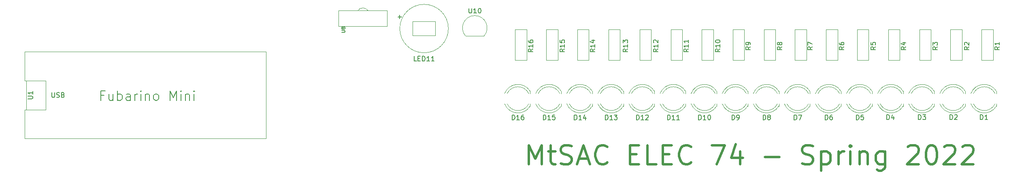
<source format=gbr>
G04 #@! TF.GenerationSoftware,KiCad,Pcbnew,(5.1.12)-1*
G04 #@! TF.CreationDate,2022-05-10T22:26:18-07:00*
G04 #@! TF.ProjectId,Spring2022,53707269-6e67-4323-9032-322e6b696361,rev?*
G04 #@! TF.SameCoordinates,PX3a2c940PY3fe56c0*
G04 #@! TF.FileFunction,Legend,Top*
G04 #@! TF.FilePolarity,Positive*
%FSLAX46Y46*%
G04 Gerber Fmt 4.6, Leading zero omitted, Abs format (unit mm)*
G04 Created by KiCad (PCBNEW (5.1.12)-1) date 2022-05-10 22:26:18*
%MOMM*%
%LPD*%
G01*
G04 APERTURE LIST*
%ADD10C,0.200000*%
%ADD11C,0.500000*%
%ADD12C,0.120000*%
%ADD13C,0.150000*%
G04 APERTURE END LIST*
D10*
X17354761Y19592858D02*
X16688095Y19592858D01*
X16688095Y18545239D02*
X16688095Y20545239D01*
X17640476Y20545239D01*
X19259523Y19878572D02*
X19259523Y18545239D01*
X18402380Y19878572D02*
X18402380Y18830953D01*
X18497619Y18640477D01*
X18688095Y18545239D01*
X18973809Y18545239D01*
X19164285Y18640477D01*
X19259523Y18735715D01*
X20211904Y18545239D02*
X20211904Y20545239D01*
X20211904Y19783334D02*
X20402380Y19878572D01*
X20783333Y19878572D01*
X20973809Y19783334D01*
X21069047Y19688096D01*
X21164285Y19497620D01*
X21164285Y18926191D01*
X21069047Y18735715D01*
X20973809Y18640477D01*
X20783333Y18545239D01*
X20402380Y18545239D01*
X20211904Y18640477D01*
X22878571Y18545239D02*
X22878571Y19592858D01*
X22783333Y19783334D01*
X22592857Y19878572D01*
X22211904Y19878572D01*
X22021428Y19783334D01*
X22878571Y18640477D02*
X22688095Y18545239D01*
X22211904Y18545239D01*
X22021428Y18640477D01*
X21926190Y18830953D01*
X21926190Y19021429D01*
X22021428Y19211905D01*
X22211904Y19307143D01*
X22688095Y19307143D01*
X22878571Y19402381D01*
X23830952Y18545239D02*
X23830952Y19878572D01*
X23830952Y19497620D02*
X23926190Y19688096D01*
X24021428Y19783334D01*
X24211904Y19878572D01*
X24402380Y19878572D01*
X25069047Y18545239D02*
X25069047Y19878572D01*
X25069047Y20545239D02*
X24973809Y20450000D01*
X25069047Y20354762D01*
X25164285Y20450000D01*
X25069047Y20545239D01*
X25069047Y20354762D01*
X26021428Y19878572D02*
X26021428Y18545239D01*
X26021428Y19688096D02*
X26116666Y19783334D01*
X26307142Y19878572D01*
X26592857Y19878572D01*
X26783333Y19783334D01*
X26878571Y19592858D01*
X26878571Y18545239D01*
X28116666Y18545239D02*
X27926190Y18640477D01*
X27830952Y18735715D01*
X27735714Y18926191D01*
X27735714Y19497620D01*
X27830952Y19688096D01*
X27926190Y19783334D01*
X28116666Y19878572D01*
X28402380Y19878572D01*
X28592857Y19783334D01*
X28688095Y19688096D01*
X28783333Y19497620D01*
X28783333Y18926191D01*
X28688095Y18735715D01*
X28592857Y18640477D01*
X28402380Y18545239D01*
X28116666Y18545239D01*
X31164285Y18545239D02*
X31164285Y20545239D01*
X31830952Y19116667D01*
X32497619Y20545239D01*
X32497619Y18545239D01*
X33450000Y18545239D02*
X33450000Y19878572D01*
X33450000Y20545239D02*
X33354761Y20450000D01*
X33450000Y20354762D01*
X33545238Y20450000D01*
X33450000Y20545239D01*
X33450000Y20354762D01*
X34402380Y19878572D02*
X34402380Y18545239D01*
X34402380Y19688096D02*
X34497619Y19783334D01*
X34688095Y19878572D01*
X34973809Y19878572D01*
X35164285Y19783334D01*
X35259523Y19592858D01*
X35259523Y18545239D01*
X36211904Y18545239D02*
X36211904Y19878572D01*
X36211904Y20545239D02*
X36116666Y20450000D01*
X36211904Y20354762D01*
X36307142Y20450000D01*
X36211904Y20545239D01*
X36211904Y20354762D01*
D11*
X106219047Y5140477D02*
X106219047Y9140477D01*
X107552380Y6283334D01*
X108885714Y9140477D01*
X108885714Y5140477D01*
X110219047Y7807143D02*
X111742857Y7807143D01*
X110790476Y9140477D02*
X110790476Y5711905D01*
X110980952Y5330953D01*
X111361904Y5140477D01*
X111742857Y5140477D01*
X112885714Y5330953D02*
X113457142Y5140477D01*
X114409523Y5140477D01*
X114790476Y5330953D01*
X114980952Y5521429D01*
X115171428Y5902381D01*
X115171428Y6283334D01*
X114980952Y6664286D01*
X114790476Y6854762D01*
X114409523Y7045239D01*
X113647619Y7235715D01*
X113266666Y7426191D01*
X113076190Y7616667D01*
X112885714Y7997620D01*
X112885714Y8378572D01*
X113076190Y8759524D01*
X113266666Y8950000D01*
X113647619Y9140477D01*
X114600000Y9140477D01*
X115171428Y8950000D01*
X116695238Y6283334D02*
X118600000Y6283334D01*
X116314285Y5140477D02*
X117647619Y9140477D01*
X118980952Y5140477D01*
X122600000Y5521429D02*
X122409523Y5330953D01*
X121838095Y5140477D01*
X121457142Y5140477D01*
X120885714Y5330953D01*
X120504761Y5711905D01*
X120314285Y6092858D01*
X120123809Y6854762D01*
X120123809Y7426191D01*
X120314285Y8188096D01*
X120504761Y8569048D01*
X120885714Y8950000D01*
X121457142Y9140477D01*
X121838095Y9140477D01*
X122409523Y8950000D01*
X122600000Y8759524D01*
X127361904Y7235715D02*
X128695238Y7235715D01*
X129266666Y5140477D02*
X127361904Y5140477D01*
X127361904Y9140477D01*
X129266666Y9140477D01*
X132885714Y5140477D02*
X130980952Y5140477D01*
X130980952Y9140477D01*
X134219047Y7235715D02*
X135552380Y7235715D01*
X136123809Y5140477D02*
X134219047Y5140477D01*
X134219047Y9140477D01*
X136123809Y9140477D01*
X140123809Y5521429D02*
X139933333Y5330953D01*
X139361904Y5140477D01*
X138980952Y5140477D01*
X138409523Y5330953D01*
X138028571Y5711905D01*
X137838095Y6092858D01*
X137647619Y6854762D01*
X137647619Y7426191D01*
X137838095Y8188096D01*
X138028571Y8569048D01*
X138409523Y8950000D01*
X138980952Y9140477D01*
X139361904Y9140477D01*
X139933333Y8950000D01*
X140123809Y8759524D01*
X144504761Y9140477D02*
X147171428Y9140477D01*
X145457142Y5140477D01*
X150409523Y7807143D02*
X150409523Y5140477D01*
X149457142Y9330953D02*
X148504761Y6473810D01*
X150980952Y6473810D01*
X155552380Y6664286D02*
X158599999Y6664286D01*
X163361904Y5330953D02*
X163933333Y5140477D01*
X164885714Y5140477D01*
X165266666Y5330953D01*
X165457142Y5521429D01*
X165647619Y5902381D01*
X165647619Y6283334D01*
X165457142Y6664286D01*
X165266666Y6854762D01*
X164885714Y7045239D01*
X164123809Y7235715D01*
X163742857Y7426191D01*
X163552380Y7616667D01*
X163361904Y7997620D01*
X163361904Y8378572D01*
X163552380Y8759524D01*
X163742857Y8950000D01*
X164123809Y9140477D01*
X165076190Y9140477D01*
X165647619Y8950000D01*
X167361904Y7807143D02*
X167361904Y3807143D01*
X167361904Y7616667D02*
X167742857Y7807143D01*
X168504761Y7807143D01*
X168885714Y7616667D01*
X169076190Y7426191D01*
X169266666Y7045239D01*
X169266666Y5902381D01*
X169076190Y5521429D01*
X168885714Y5330953D01*
X168504761Y5140477D01*
X167742857Y5140477D01*
X167361904Y5330953D01*
X170980952Y5140477D02*
X170980952Y7807143D01*
X170980952Y7045239D02*
X171171428Y7426191D01*
X171361904Y7616667D01*
X171742857Y7807143D01*
X172123809Y7807143D01*
X173457142Y5140477D02*
X173457142Y7807143D01*
X173457142Y9140477D02*
X173266666Y8950000D01*
X173457142Y8759524D01*
X173647619Y8950000D01*
X173457142Y9140477D01*
X173457142Y8759524D01*
X175361904Y7807143D02*
X175361904Y5140477D01*
X175361904Y7426191D02*
X175552380Y7616667D01*
X175933333Y7807143D01*
X176504761Y7807143D01*
X176885714Y7616667D01*
X177076190Y7235715D01*
X177076190Y5140477D01*
X180695238Y7807143D02*
X180695238Y4569048D01*
X180504761Y4188096D01*
X180314285Y3997620D01*
X179933333Y3807143D01*
X179361904Y3807143D01*
X178980952Y3997620D01*
X180695238Y5330953D02*
X180314285Y5140477D01*
X179552380Y5140477D01*
X179171428Y5330953D01*
X178980952Y5521429D01*
X178790476Y5902381D01*
X178790476Y7045239D01*
X178980952Y7426191D01*
X179171428Y7616667D01*
X179552380Y7807143D01*
X180314285Y7807143D01*
X180695238Y7616667D01*
X185457142Y8759524D02*
X185647619Y8950000D01*
X186028571Y9140477D01*
X186980952Y9140477D01*
X187361904Y8950000D01*
X187552380Y8759524D01*
X187742857Y8378572D01*
X187742857Y7997620D01*
X187552380Y7426191D01*
X185266666Y5140477D01*
X187742857Y5140477D01*
X190219047Y9140477D02*
X190599999Y9140477D01*
X190980952Y8950000D01*
X191171428Y8759524D01*
X191361904Y8378572D01*
X191552380Y7616667D01*
X191552380Y6664286D01*
X191361904Y5902381D01*
X191171428Y5521429D01*
X190980952Y5330953D01*
X190599999Y5140477D01*
X190219047Y5140477D01*
X189838095Y5330953D01*
X189647619Y5521429D01*
X189457142Y5902381D01*
X189266666Y6664286D01*
X189266666Y7616667D01*
X189457142Y8378572D01*
X189647619Y8759524D01*
X189838095Y8950000D01*
X190219047Y9140477D01*
X193076190Y8759524D02*
X193266666Y8950000D01*
X193647619Y9140477D01*
X194599999Y9140477D01*
X194980952Y8950000D01*
X195171428Y8759524D01*
X195361904Y8378572D01*
X195361904Y7997620D01*
X195171428Y7426191D01*
X192885714Y5140477D01*
X195361904Y5140477D01*
X196885714Y8759524D02*
X197076190Y8950000D01*
X197457142Y9140477D01*
X198409523Y9140477D01*
X198790476Y8950000D01*
X198980952Y8759524D01*
X199171428Y8378572D01*
X199171428Y7997620D01*
X198980952Y7426191D01*
X196695238Y5140477D01*
X199171428Y5140477D01*
D12*
G04 #@! TO.C,U10*
X92966000Y32044000D02*
X96816000Y32044000D01*
X96854611Y32053878D02*
G75*
G03*
X92966000Y32044000I-1948611J1690122D01*
G01*
G04 #@! TO.C,U8*
X70484000Y37418000D02*
X66420000Y37418000D01*
X66420000Y37418000D02*
X66420000Y34116000D01*
X66420000Y34116000D02*
X76580000Y34116000D01*
X76580000Y34116000D02*
X76580000Y37418000D01*
X76580000Y37418000D02*
X72516000Y37418000D01*
X70484000Y37418000D02*
X72516000Y37418000D01*
X70484000Y37418000D02*
G75*
G02*
X72516000Y37418000I1016000J-762000D01*
G01*
G04 #@! TO.C,LED11*
X81930000Y35100000D02*
X86670000Y35100000D01*
X86670000Y35100000D02*
X86670000Y32100000D01*
X86670000Y32100000D02*
X81930000Y32100000D01*
X81930000Y32100000D02*
X81930000Y35100000D01*
X89380000Y33600000D02*
G75*
G03*
X89380000Y33600000I-5080000J0D01*
G01*
G04 #@! TO.C,R16*
X105739200Y27016000D02*
X105739200Y33416000D01*
X103339200Y27016000D02*
X105739200Y27016000D01*
X103339200Y33416000D02*
X103339200Y27016000D01*
X105739200Y33416000D02*
X103339200Y33416000D01*
G04 #@! TO.C,R15*
X112267000Y27016000D02*
X112267000Y33416000D01*
X109867000Y27016000D02*
X112267000Y27016000D01*
X109867000Y33416000D02*
X109867000Y27016000D01*
X112267000Y33416000D02*
X109867000Y33416000D01*
G04 #@! TO.C,R14*
X118744000Y27016000D02*
X118744000Y33416000D01*
X116344000Y27016000D02*
X118744000Y27016000D01*
X116344000Y33416000D02*
X116344000Y27016000D01*
X118744000Y33416000D02*
X116344000Y33416000D01*
G04 #@! TO.C,R13*
X125246400Y27016000D02*
X125246400Y33416000D01*
X122846400Y27016000D02*
X125246400Y27016000D01*
X122846400Y33416000D02*
X122846400Y27016000D01*
X125246400Y33416000D02*
X122846400Y33416000D01*
G04 #@! TO.C,R12*
X131774200Y27016000D02*
X131774200Y33416000D01*
X129374200Y27016000D02*
X131774200Y27016000D01*
X129374200Y33416000D02*
X129374200Y27016000D01*
X131774200Y33416000D02*
X129374200Y33416000D01*
G04 #@! TO.C,R11*
X138276600Y27016000D02*
X138276600Y33416000D01*
X135876600Y27016000D02*
X138276600Y27016000D01*
X135876600Y33416000D02*
X135876600Y27016000D01*
X138276600Y33416000D02*
X135876600Y33416000D01*
G04 #@! TO.C,R10*
X144779000Y27016000D02*
X144779000Y33416000D01*
X142379000Y27016000D02*
X144779000Y27016000D01*
X142379000Y33416000D02*
X142379000Y27016000D01*
X144779000Y33416000D02*
X142379000Y33416000D01*
G04 #@! TO.C,R9*
X151281400Y27016000D02*
X151281400Y33416000D01*
X148881400Y27016000D02*
X151281400Y27016000D01*
X148881400Y33416000D02*
X148881400Y27016000D01*
X151281400Y33416000D02*
X148881400Y33416000D01*
G04 #@! TO.C,R8*
X157758400Y27016000D02*
X157758400Y33416000D01*
X155358400Y27016000D02*
X157758400Y27016000D01*
X155358400Y33416000D02*
X155358400Y27016000D01*
X157758400Y33416000D02*
X155358400Y33416000D01*
G04 #@! TO.C,R7*
X164260800Y27016000D02*
X164260800Y33416000D01*
X161860800Y27016000D02*
X164260800Y27016000D01*
X161860800Y33416000D02*
X161860800Y27016000D01*
X164260800Y33416000D02*
X161860800Y33416000D01*
G04 #@! TO.C,R6*
X170763200Y27016000D02*
X170763200Y33416000D01*
X168363200Y27016000D02*
X170763200Y27016000D01*
X168363200Y33416000D02*
X168363200Y27016000D01*
X170763200Y33416000D02*
X168363200Y33416000D01*
G04 #@! TO.C,R5*
X177240200Y27016000D02*
X177240200Y33416000D01*
X174840200Y27016000D02*
X177240200Y27016000D01*
X174840200Y33416000D02*
X174840200Y27016000D01*
X177240200Y33416000D02*
X174840200Y33416000D01*
G04 #@! TO.C,R4*
X183768000Y27016000D02*
X183768000Y33416000D01*
X181368000Y27016000D02*
X183768000Y27016000D01*
X181368000Y33416000D02*
X181368000Y27016000D01*
X183768000Y33416000D02*
X181368000Y33416000D01*
G04 #@! TO.C,R3*
X190270400Y27016000D02*
X190270400Y33416000D01*
X187870400Y27016000D02*
X190270400Y27016000D01*
X187870400Y33416000D02*
X187870400Y27016000D01*
X190270400Y33416000D02*
X187870400Y33416000D01*
G04 #@! TO.C,R2*
X196772800Y27016000D02*
X196772800Y33416000D01*
X194372800Y27016000D02*
X196772800Y27016000D01*
X194372800Y33416000D02*
X194372800Y27016000D01*
X196772800Y33416000D02*
X194372800Y33416000D01*
G04 #@! TO.C,R1*
X203275200Y27016000D02*
X203275200Y33416000D01*
X200875200Y27016000D02*
X203275200Y27016000D01*
X200875200Y33416000D02*
X200875200Y27016000D01*
X203275200Y33416000D02*
X200875200Y33416000D01*
G04 #@! TO.C,U1*
X5184000Y16582000D02*
X1120000Y16582000D01*
X5184000Y22678000D02*
X5184000Y16582000D01*
X1120000Y22678000D02*
X5184000Y22678000D01*
X782000Y16590001D02*
X782000Y10510001D01*
X1142000Y16590001D02*
X782000Y16590001D01*
X1142000Y22670000D02*
X1142000Y16590001D01*
X782000Y22670000D02*
X1142000Y22670000D01*
X782000Y28750000D02*
X782000Y22670000D01*
X51242000Y28749999D02*
X782000Y28750000D01*
X51242000Y10510000D02*
X51242000Y28749999D01*
X782000Y10510001D02*
X51242000Y10510000D01*
G04 #@! TO.C,D16*
X106485000Y17355000D02*
X106485000Y17820000D01*
X106485000Y19980000D02*
X106485000Y20445000D01*
X101137185Y17819173D02*
G75*
G03*
X106485000Y17355170I2787815J1080827D01*
G01*
X101137185Y19980827D02*
G75*
G02*
X106485000Y20444830I2787815J-1080827D01*
G01*
X101670521Y17819571D02*
G75*
G03*
X106179684Y17820000I2254479J1080429D01*
G01*
X101670521Y19980429D02*
G75*
G02*
X106179684Y19980000I2254479J-1080429D01*
G01*
G04 #@! TO.C,D15*
X112985000Y17355000D02*
X112985000Y17820000D01*
X112985000Y19980000D02*
X112985000Y20445000D01*
X107637185Y17819173D02*
G75*
G03*
X112985000Y17355170I2787815J1080827D01*
G01*
X107637185Y19980827D02*
G75*
G02*
X112985000Y20444830I2787815J-1080827D01*
G01*
X108170521Y17819571D02*
G75*
G03*
X112679684Y17820000I2254479J1080429D01*
G01*
X108170521Y19980429D02*
G75*
G02*
X112679684Y19980000I2254479J-1080429D01*
G01*
G04 #@! TO.C,D14*
X119485000Y17355000D02*
X119485000Y17820000D01*
X119485000Y19980000D02*
X119485000Y20445000D01*
X114137185Y17819173D02*
G75*
G03*
X119485000Y17355170I2787815J1080827D01*
G01*
X114137185Y19980827D02*
G75*
G02*
X119485000Y20444830I2787815J-1080827D01*
G01*
X114670521Y17819571D02*
G75*
G03*
X119179684Y17820000I2254479J1080429D01*
G01*
X114670521Y19980429D02*
G75*
G02*
X119179684Y19980000I2254479J-1080429D01*
G01*
G04 #@! TO.C,D13*
X125985000Y17355000D02*
X125985000Y17820000D01*
X125985000Y19980000D02*
X125985000Y20445000D01*
X120637185Y17819173D02*
G75*
G03*
X125985000Y17355170I2787815J1080827D01*
G01*
X120637185Y19980827D02*
G75*
G02*
X125985000Y20444830I2787815J-1080827D01*
G01*
X121170521Y17819571D02*
G75*
G03*
X125679684Y17820000I2254479J1080429D01*
G01*
X121170521Y19980429D02*
G75*
G02*
X125679684Y19980000I2254479J-1080429D01*
G01*
G04 #@! TO.C,D12*
X132485000Y17355000D02*
X132485000Y17820000D01*
X132485000Y19980000D02*
X132485000Y20445000D01*
X127137185Y17819173D02*
G75*
G03*
X132485000Y17355170I2787815J1080827D01*
G01*
X127137185Y19980827D02*
G75*
G02*
X132485000Y20444830I2787815J-1080827D01*
G01*
X127670521Y17819571D02*
G75*
G03*
X132179684Y17820000I2254479J1080429D01*
G01*
X127670521Y19980429D02*
G75*
G02*
X132179684Y19980000I2254479J-1080429D01*
G01*
G04 #@! TO.C,D11*
X138985000Y17355000D02*
X138985000Y17820000D01*
X138985000Y19980000D02*
X138985000Y20445000D01*
X133637185Y17819173D02*
G75*
G03*
X138985000Y17355170I2787815J1080827D01*
G01*
X133637185Y19980827D02*
G75*
G02*
X138985000Y20444830I2787815J-1080827D01*
G01*
X134170521Y17819571D02*
G75*
G03*
X138679684Y17820000I2254479J1080429D01*
G01*
X134170521Y19980429D02*
G75*
G02*
X138679684Y19980000I2254479J-1080429D01*
G01*
G04 #@! TO.C,D10*
X145485000Y17355000D02*
X145485000Y17820000D01*
X145485000Y19980000D02*
X145485000Y20445000D01*
X140137185Y17819173D02*
G75*
G03*
X145485000Y17355170I2787815J1080827D01*
G01*
X140137185Y19980827D02*
G75*
G02*
X145485000Y20444830I2787815J-1080827D01*
G01*
X140670521Y17819571D02*
G75*
G03*
X145179684Y17820000I2254479J1080429D01*
G01*
X140670521Y19980429D02*
G75*
G02*
X145179684Y19980000I2254479J-1080429D01*
G01*
G04 #@! TO.C,D9*
X151985000Y17355000D02*
X151985000Y17820000D01*
X151985000Y19980000D02*
X151985000Y20445000D01*
X146637185Y17819173D02*
G75*
G03*
X151985000Y17355170I2787815J1080827D01*
G01*
X146637185Y19980827D02*
G75*
G02*
X151985000Y20444830I2787815J-1080827D01*
G01*
X147170521Y17819571D02*
G75*
G03*
X151679684Y17820000I2254479J1080429D01*
G01*
X147170521Y19980429D02*
G75*
G02*
X151679684Y19980000I2254479J-1080429D01*
G01*
G04 #@! TO.C,D8*
X158485000Y17355000D02*
X158485000Y17820000D01*
X158485000Y19980000D02*
X158485000Y20445000D01*
X153137185Y17819173D02*
G75*
G03*
X158485000Y17355170I2787815J1080827D01*
G01*
X153137185Y19980827D02*
G75*
G02*
X158485000Y20444830I2787815J-1080827D01*
G01*
X153670521Y17819571D02*
G75*
G03*
X158179684Y17820000I2254479J1080429D01*
G01*
X153670521Y19980429D02*
G75*
G02*
X158179684Y19980000I2254479J-1080429D01*
G01*
G04 #@! TO.C,D7*
X164985000Y17355000D02*
X164985000Y17820000D01*
X164985000Y19980000D02*
X164985000Y20445000D01*
X159637185Y17819173D02*
G75*
G03*
X164985000Y17355170I2787815J1080827D01*
G01*
X159637185Y19980827D02*
G75*
G02*
X164985000Y20444830I2787815J-1080827D01*
G01*
X160170521Y17819571D02*
G75*
G03*
X164679684Y17820000I2254479J1080429D01*
G01*
X160170521Y19980429D02*
G75*
G02*
X164679684Y19980000I2254479J-1080429D01*
G01*
G04 #@! TO.C,D6*
X171485000Y17355000D02*
X171485000Y17820000D01*
X171485000Y19980000D02*
X171485000Y20445000D01*
X166137185Y17819173D02*
G75*
G03*
X171485000Y17355170I2787815J1080827D01*
G01*
X166137185Y19980827D02*
G75*
G02*
X171485000Y20444830I2787815J-1080827D01*
G01*
X166670521Y17819571D02*
G75*
G03*
X171179684Y17820000I2254479J1080429D01*
G01*
X166670521Y19980429D02*
G75*
G02*
X171179684Y19980000I2254479J-1080429D01*
G01*
G04 #@! TO.C,D5*
X177985000Y17355000D02*
X177985000Y17820000D01*
X177985000Y19980000D02*
X177985000Y20445000D01*
X172637185Y17819173D02*
G75*
G03*
X177985000Y17355170I2787815J1080827D01*
G01*
X172637185Y19980827D02*
G75*
G02*
X177985000Y20444830I2787815J-1080827D01*
G01*
X173170521Y17819571D02*
G75*
G03*
X177679684Y17820000I2254479J1080429D01*
G01*
X173170521Y19980429D02*
G75*
G02*
X177679684Y19980000I2254479J-1080429D01*
G01*
G04 #@! TO.C,D4*
X184485000Y17355000D02*
X184485000Y17820000D01*
X184485000Y19980000D02*
X184485000Y20445000D01*
X179137185Y17819173D02*
G75*
G03*
X184485000Y17355170I2787815J1080827D01*
G01*
X179137185Y19980827D02*
G75*
G02*
X184485000Y20444830I2787815J-1080827D01*
G01*
X179670521Y17819571D02*
G75*
G03*
X184179684Y17820000I2254479J1080429D01*
G01*
X179670521Y19980429D02*
G75*
G02*
X184179684Y19980000I2254479J-1080429D01*
G01*
G04 #@! TO.C,D3*
X190985000Y17355000D02*
X190985000Y17820000D01*
X190985000Y19980000D02*
X190985000Y20445000D01*
X185637185Y17819173D02*
G75*
G03*
X190985000Y17355170I2787815J1080827D01*
G01*
X185637185Y19980827D02*
G75*
G02*
X190985000Y20444830I2787815J-1080827D01*
G01*
X186170521Y17819571D02*
G75*
G03*
X190679684Y17820000I2254479J1080429D01*
G01*
X186170521Y19980429D02*
G75*
G02*
X190679684Y19980000I2254479J-1080429D01*
G01*
G04 #@! TO.C,D2*
X197485000Y17355000D02*
X197485000Y17820000D01*
X197485000Y19980000D02*
X197485000Y20445000D01*
X192137185Y17819173D02*
G75*
G03*
X197485000Y17355170I2787815J1080827D01*
G01*
X192137185Y19980827D02*
G75*
G02*
X197485000Y20444830I2787815J-1080827D01*
G01*
X192670521Y17819571D02*
G75*
G03*
X197179684Y17820000I2254479J1080429D01*
G01*
X192670521Y19980429D02*
G75*
G02*
X197179684Y19980000I2254479J-1080429D01*
G01*
G04 #@! TO.C,D1*
X203985000Y17355000D02*
X203985000Y17820000D01*
X203985000Y19980000D02*
X203985000Y20445000D01*
X198637185Y17819173D02*
G75*
G03*
X203985000Y17355170I2787815J1080827D01*
G01*
X198637185Y19980827D02*
G75*
G02*
X203985000Y20444830I2787815J-1080827D01*
G01*
X199170521Y17819571D02*
G75*
G03*
X203679684Y17820000I2254479J1080429D01*
G01*
X199170521Y19980429D02*
G75*
G02*
X203679684Y19980000I2254479J-1080429D01*
G01*
G04 #@! TO.C,U10*
D13*
X93667904Y37851620D02*
X93667904Y37042096D01*
X93715523Y36946858D01*
X93763142Y36899239D01*
X93858380Y36851620D01*
X94048857Y36851620D01*
X94144095Y36899239D01*
X94191714Y36946858D01*
X94239333Y37042096D01*
X94239333Y37851620D01*
X95239333Y36851620D02*
X94667904Y36851620D01*
X94953619Y36851620D02*
X94953619Y37851620D01*
X94858380Y37708762D01*
X94763142Y37613524D01*
X94667904Y37565905D01*
X95858380Y37851620D02*
X95953619Y37851620D01*
X96048857Y37804000D01*
X96096476Y37756381D01*
X96144095Y37661143D01*
X96191714Y37470667D01*
X96191714Y37232572D01*
X96144095Y37042096D01*
X96096476Y36946858D01*
X96048857Y36899239D01*
X95953619Y36851620D01*
X95858380Y36851620D01*
X95763142Y36899239D01*
X95715523Y36946858D01*
X95667904Y37042096D01*
X95620285Y37232572D01*
X95620285Y37470667D01*
X95667904Y37661143D01*
X95715523Y37756381D01*
X95763142Y37804000D01*
X95858380Y37851620D01*
G04 #@! TO.C,U8*
X67052666Y32820667D02*
X67619333Y32820667D01*
X67686000Y32854000D01*
X67719333Y32887334D01*
X67752666Y32954000D01*
X67752666Y33087334D01*
X67719333Y33154000D01*
X67686000Y33187334D01*
X67619333Y33220667D01*
X67052666Y33220667D01*
X67352666Y33654000D02*
X67319333Y33587334D01*
X67286000Y33554000D01*
X67219333Y33520667D01*
X67186000Y33520667D01*
X67119333Y33554000D01*
X67086000Y33587334D01*
X67052666Y33654000D01*
X67052666Y33787334D01*
X67086000Y33854000D01*
X67119333Y33887334D01*
X67186000Y33920667D01*
X67219333Y33920667D01*
X67286000Y33887334D01*
X67319333Y33854000D01*
X67352666Y33787334D01*
X67352666Y33654000D01*
X67386000Y33587334D01*
X67419333Y33554000D01*
X67486000Y33520667D01*
X67619333Y33520667D01*
X67686000Y33554000D01*
X67719333Y33587334D01*
X67752666Y33654000D01*
X67752666Y33787334D01*
X67719333Y33854000D01*
X67686000Y33887334D01*
X67619333Y33920667D01*
X67486000Y33920667D01*
X67419333Y33887334D01*
X67386000Y33854000D01*
X67352666Y33787334D01*
G04 #@! TO.C,LED11*
X82704761Y26797620D02*
X82228571Y26797620D01*
X82228571Y27797620D01*
X83038095Y27321429D02*
X83371428Y27321429D01*
X83514285Y26797620D02*
X83038095Y26797620D01*
X83038095Y27797620D01*
X83514285Y27797620D01*
X83942857Y26797620D02*
X83942857Y27797620D01*
X84180952Y27797620D01*
X84323809Y27750000D01*
X84419047Y27654762D01*
X84466666Y27559524D01*
X84514285Y27369048D01*
X84514285Y27226191D01*
X84466666Y27035715D01*
X84419047Y26940477D01*
X84323809Y26845239D01*
X84180952Y26797620D01*
X83942857Y26797620D01*
X85466666Y26797620D02*
X84895238Y26797620D01*
X85180952Y26797620D02*
X85180952Y27797620D01*
X85085714Y27654762D01*
X84990476Y27559524D01*
X84895238Y27511905D01*
X86419047Y26797620D02*
X85847619Y26797620D01*
X86133333Y26797620D02*
X86133333Y27797620D01*
X86038095Y27654762D01*
X85942857Y27559524D01*
X85847619Y27511905D01*
X78839047Y36068572D02*
X79600952Y36068572D01*
X79220000Y35687620D02*
X79220000Y36449524D01*
G04 #@! TO.C,R16*
X107074380Y29313143D02*
X106598190Y28979810D01*
X107074380Y28741715D02*
X106074380Y28741715D01*
X106074380Y29122667D01*
X106122000Y29217905D01*
X106169619Y29265524D01*
X106264857Y29313143D01*
X106407714Y29313143D01*
X106502952Y29265524D01*
X106550571Y29217905D01*
X106598190Y29122667D01*
X106598190Y28741715D01*
X107074380Y30265524D02*
X107074380Y29694096D01*
X107074380Y29979810D02*
X106074380Y29979810D01*
X106217238Y29884572D01*
X106312476Y29789334D01*
X106360095Y29694096D01*
X106074380Y31122667D02*
X106074380Y30932191D01*
X106122000Y30836953D01*
X106169619Y30789334D01*
X106312476Y30694096D01*
X106502952Y30646477D01*
X106883904Y30646477D01*
X106979142Y30694096D01*
X107026761Y30741715D01*
X107074380Y30836953D01*
X107074380Y31027429D01*
X107026761Y31122667D01*
X106979142Y31170286D01*
X106883904Y31217905D01*
X106645809Y31217905D01*
X106550571Y31170286D01*
X106502952Y31122667D01*
X106455333Y31027429D01*
X106455333Y30836953D01*
X106502952Y30741715D01*
X106550571Y30694096D01*
X106645809Y30646477D01*
G04 #@! TO.C,R15*
X113678380Y29313143D02*
X113202190Y28979810D01*
X113678380Y28741715D02*
X112678380Y28741715D01*
X112678380Y29122667D01*
X112726000Y29217905D01*
X112773619Y29265524D01*
X112868857Y29313143D01*
X113011714Y29313143D01*
X113106952Y29265524D01*
X113154571Y29217905D01*
X113202190Y29122667D01*
X113202190Y28741715D01*
X113678380Y30265524D02*
X113678380Y29694096D01*
X113678380Y29979810D02*
X112678380Y29979810D01*
X112821238Y29884572D01*
X112916476Y29789334D01*
X112964095Y29694096D01*
X112678380Y31170286D02*
X112678380Y30694096D01*
X113154571Y30646477D01*
X113106952Y30694096D01*
X113059333Y30789334D01*
X113059333Y31027429D01*
X113106952Y31122667D01*
X113154571Y31170286D01*
X113249809Y31217905D01*
X113487904Y31217905D01*
X113583142Y31170286D01*
X113630761Y31122667D01*
X113678380Y31027429D01*
X113678380Y30789334D01*
X113630761Y30694096D01*
X113583142Y30646477D01*
G04 #@! TO.C,R14*
X120028380Y29313143D02*
X119552190Y28979810D01*
X120028380Y28741715D02*
X119028380Y28741715D01*
X119028380Y29122667D01*
X119076000Y29217905D01*
X119123619Y29265524D01*
X119218857Y29313143D01*
X119361714Y29313143D01*
X119456952Y29265524D01*
X119504571Y29217905D01*
X119552190Y29122667D01*
X119552190Y28741715D01*
X120028380Y30265524D02*
X120028380Y29694096D01*
X120028380Y29979810D02*
X119028380Y29979810D01*
X119171238Y29884572D01*
X119266476Y29789334D01*
X119314095Y29694096D01*
X119361714Y31122667D02*
X120028380Y31122667D01*
X118980761Y30884572D02*
X119695047Y30646477D01*
X119695047Y31265524D01*
G04 #@! TO.C,R13*
X126886380Y29313143D02*
X126410190Y28979810D01*
X126886380Y28741715D02*
X125886380Y28741715D01*
X125886380Y29122667D01*
X125934000Y29217905D01*
X125981619Y29265524D01*
X126076857Y29313143D01*
X126219714Y29313143D01*
X126314952Y29265524D01*
X126362571Y29217905D01*
X126410190Y29122667D01*
X126410190Y28741715D01*
X126886380Y30265524D02*
X126886380Y29694096D01*
X126886380Y29979810D02*
X125886380Y29979810D01*
X126029238Y29884572D01*
X126124476Y29789334D01*
X126172095Y29694096D01*
X125886380Y30598858D02*
X125886380Y31217905D01*
X126267333Y30884572D01*
X126267333Y31027429D01*
X126314952Y31122667D01*
X126362571Y31170286D01*
X126457809Y31217905D01*
X126695904Y31217905D01*
X126791142Y31170286D01*
X126838761Y31122667D01*
X126886380Y31027429D01*
X126886380Y30741715D01*
X126838761Y30646477D01*
X126791142Y30598858D01*
G04 #@! TO.C,R12*
X133236380Y29313143D02*
X132760190Y28979810D01*
X133236380Y28741715D02*
X132236380Y28741715D01*
X132236380Y29122667D01*
X132284000Y29217905D01*
X132331619Y29265524D01*
X132426857Y29313143D01*
X132569714Y29313143D01*
X132664952Y29265524D01*
X132712571Y29217905D01*
X132760190Y29122667D01*
X132760190Y28741715D01*
X133236380Y30265524D02*
X133236380Y29694096D01*
X133236380Y29979810D02*
X132236380Y29979810D01*
X132379238Y29884572D01*
X132474476Y29789334D01*
X132522095Y29694096D01*
X132331619Y30646477D02*
X132284000Y30694096D01*
X132236380Y30789334D01*
X132236380Y31027429D01*
X132284000Y31122667D01*
X132331619Y31170286D01*
X132426857Y31217905D01*
X132522095Y31217905D01*
X132664952Y31170286D01*
X133236380Y30598858D01*
X133236380Y31217905D01*
G04 #@! TO.C,R11*
X139586380Y29313143D02*
X139110190Y28979810D01*
X139586380Y28741715D02*
X138586380Y28741715D01*
X138586380Y29122667D01*
X138634000Y29217905D01*
X138681619Y29265524D01*
X138776857Y29313143D01*
X138919714Y29313143D01*
X139014952Y29265524D01*
X139062571Y29217905D01*
X139110190Y29122667D01*
X139110190Y28741715D01*
X139586380Y30265524D02*
X139586380Y29694096D01*
X139586380Y29979810D02*
X138586380Y29979810D01*
X138729238Y29884572D01*
X138824476Y29789334D01*
X138872095Y29694096D01*
X139586380Y31217905D02*
X139586380Y30646477D01*
X139586380Y30932191D02*
X138586380Y30932191D01*
X138729238Y30836953D01*
X138824476Y30741715D01*
X138872095Y30646477D01*
G04 #@! TO.C,R10*
X146190380Y29319143D02*
X145714190Y28985810D01*
X146190380Y28747715D02*
X145190380Y28747715D01*
X145190380Y29128667D01*
X145238000Y29223905D01*
X145285619Y29271524D01*
X145380857Y29319143D01*
X145523714Y29319143D01*
X145618952Y29271524D01*
X145666571Y29223905D01*
X145714190Y29128667D01*
X145714190Y28747715D01*
X146190380Y30271524D02*
X146190380Y29700096D01*
X146190380Y29985810D02*
X145190380Y29985810D01*
X145333238Y29890572D01*
X145428476Y29795334D01*
X145476095Y29700096D01*
X145190380Y30890572D02*
X145190380Y30985810D01*
X145238000Y31081048D01*
X145285619Y31128667D01*
X145380857Y31176286D01*
X145571333Y31223905D01*
X145809428Y31223905D01*
X145999904Y31176286D01*
X146095142Y31128667D01*
X146142761Y31081048D01*
X146190380Y30985810D01*
X146190380Y30890572D01*
X146142761Y30795334D01*
X146095142Y30747715D01*
X145999904Y30700096D01*
X145809428Y30652477D01*
X145571333Y30652477D01*
X145380857Y30700096D01*
X145285619Y30747715D01*
X145238000Y30795334D01*
X145190380Y30890572D01*
G04 #@! TO.C,R9*
X152540380Y29789334D02*
X152064190Y29456000D01*
X152540380Y29217905D02*
X151540380Y29217905D01*
X151540380Y29598858D01*
X151588000Y29694096D01*
X151635619Y29741715D01*
X151730857Y29789334D01*
X151873714Y29789334D01*
X151968952Y29741715D01*
X152016571Y29694096D01*
X152064190Y29598858D01*
X152064190Y29217905D01*
X152540380Y30265524D02*
X152540380Y30456000D01*
X152492761Y30551239D01*
X152445142Y30598858D01*
X152302285Y30694096D01*
X152111809Y30741715D01*
X151730857Y30741715D01*
X151635619Y30694096D01*
X151588000Y30646477D01*
X151540380Y30551239D01*
X151540380Y30360762D01*
X151588000Y30265524D01*
X151635619Y30217905D01*
X151730857Y30170286D01*
X151968952Y30170286D01*
X152064190Y30217905D01*
X152111809Y30265524D01*
X152159428Y30360762D01*
X152159428Y30551239D01*
X152111809Y30646477D01*
X152064190Y30694096D01*
X151968952Y30741715D01*
G04 #@! TO.C,R8*
X159144380Y29789334D02*
X158668190Y29456000D01*
X159144380Y29217905D02*
X158144380Y29217905D01*
X158144380Y29598858D01*
X158192000Y29694096D01*
X158239619Y29741715D01*
X158334857Y29789334D01*
X158477714Y29789334D01*
X158572952Y29741715D01*
X158620571Y29694096D01*
X158668190Y29598858D01*
X158668190Y29217905D01*
X158572952Y30360762D02*
X158525333Y30265524D01*
X158477714Y30217905D01*
X158382476Y30170286D01*
X158334857Y30170286D01*
X158239619Y30217905D01*
X158192000Y30265524D01*
X158144380Y30360762D01*
X158144380Y30551239D01*
X158192000Y30646477D01*
X158239619Y30694096D01*
X158334857Y30741715D01*
X158382476Y30741715D01*
X158477714Y30694096D01*
X158525333Y30646477D01*
X158572952Y30551239D01*
X158572952Y30360762D01*
X158620571Y30265524D01*
X158668190Y30217905D01*
X158763428Y30170286D01*
X158953904Y30170286D01*
X159049142Y30217905D01*
X159096761Y30265524D01*
X159144380Y30360762D01*
X159144380Y30551239D01*
X159096761Y30646477D01*
X159049142Y30694096D01*
X158953904Y30741715D01*
X158763428Y30741715D01*
X158668190Y30694096D01*
X158620571Y30646477D01*
X158572952Y30551239D01*
G04 #@! TO.C,R7*
X165494380Y29789334D02*
X165018190Y29456000D01*
X165494380Y29217905D02*
X164494380Y29217905D01*
X164494380Y29598858D01*
X164542000Y29694096D01*
X164589619Y29741715D01*
X164684857Y29789334D01*
X164827714Y29789334D01*
X164922952Y29741715D01*
X164970571Y29694096D01*
X165018190Y29598858D01*
X165018190Y29217905D01*
X164494380Y30122667D02*
X164494380Y30789334D01*
X165494380Y30360762D01*
G04 #@! TO.C,R6*
X172098380Y29789334D02*
X171622190Y29456000D01*
X172098380Y29217905D02*
X171098380Y29217905D01*
X171098380Y29598858D01*
X171146000Y29694096D01*
X171193619Y29741715D01*
X171288857Y29789334D01*
X171431714Y29789334D01*
X171526952Y29741715D01*
X171574571Y29694096D01*
X171622190Y29598858D01*
X171622190Y29217905D01*
X171098380Y30646477D02*
X171098380Y30456000D01*
X171146000Y30360762D01*
X171193619Y30313143D01*
X171336476Y30217905D01*
X171526952Y30170286D01*
X171907904Y30170286D01*
X172003142Y30217905D01*
X172050761Y30265524D01*
X172098380Y30360762D01*
X172098380Y30551239D01*
X172050761Y30646477D01*
X172003142Y30694096D01*
X171907904Y30741715D01*
X171669809Y30741715D01*
X171574571Y30694096D01*
X171526952Y30646477D01*
X171479333Y30551239D01*
X171479333Y30360762D01*
X171526952Y30265524D01*
X171574571Y30217905D01*
X171669809Y30170286D01*
G04 #@! TO.C,R5*
X178702380Y29789334D02*
X178226190Y29456000D01*
X178702380Y29217905D02*
X177702380Y29217905D01*
X177702380Y29598858D01*
X177750000Y29694096D01*
X177797619Y29741715D01*
X177892857Y29789334D01*
X178035714Y29789334D01*
X178130952Y29741715D01*
X178178571Y29694096D01*
X178226190Y29598858D01*
X178226190Y29217905D01*
X177702380Y30694096D02*
X177702380Y30217905D01*
X178178571Y30170286D01*
X178130952Y30217905D01*
X178083333Y30313143D01*
X178083333Y30551239D01*
X178130952Y30646477D01*
X178178571Y30694096D01*
X178273809Y30741715D01*
X178511904Y30741715D01*
X178607142Y30694096D01*
X178654761Y30646477D01*
X178702380Y30551239D01*
X178702380Y30313143D01*
X178654761Y30217905D01*
X178607142Y30170286D01*
G04 #@! TO.C,R4*
X185052380Y29789334D02*
X184576190Y29456000D01*
X185052380Y29217905D02*
X184052380Y29217905D01*
X184052380Y29598858D01*
X184100000Y29694096D01*
X184147619Y29741715D01*
X184242857Y29789334D01*
X184385714Y29789334D01*
X184480952Y29741715D01*
X184528571Y29694096D01*
X184576190Y29598858D01*
X184576190Y29217905D01*
X184385714Y30646477D02*
X185052380Y30646477D01*
X184004761Y30408381D02*
X184719047Y30170286D01*
X184719047Y30789334D01*
G04 #@! TO.C,R3*
X191656380Y29789334D02*
X191180190Y29456000D01*
X191656380Y29217905D02*
X190656380Y29217905D01*
X190656380Y29598858D01*
X190704000Y29694096D01*
X190751619Y29741715D01*
X190846857Y29789334D01*
X190989714Y29789334D01*
X191084952Y29741715D01*
X191132571Y29694096D01*
X191180190Y29598858D01*
X191180190Y29217905D01*
X190656380Y30122667D02*
X190656380Y30741715D01*
X191037333Y30408381D01*
X191037333Y30551239D01*
X191084952Y30646477D01*
X191132571Y30694096D01*
X191227809Y30741715D01*
X191465904Y30741715D01*
X191561142Y30694096D01*
X191608761Y30646477D01*
X191656380Y30551239D01*
X191656380Y30265524D01*
X191608761Y30170286D01*
X191561142Y30122667D01*
G04 #@! TO.C,R2*
X198260380Y29789334D02*
X197784190Y29456000D01*
X198260380Y29217905D02*
X197260380Y29217905D01*
X197260380Y29598858D01*
X197308000Y29694096D01*
X197355619Y29741715D01*
X197450857Y29789334D01*
X197593714Y29789334D01*
X197688952Y29741715D01*
X197736571Y29694096D01*
X197784190Y29598858D01*
X197784190Y29217905D01*
X197355619Y30170286D02*
X197308000Y30217905D01*
X197260380Y30313143D01*
X197260380Y30551239D01*
X197308000Y30646477D01*
X197355619Y30694096D01*
X197450857Y30741715D01*
X197546095Y30741715D01*
X197688952Y30694096D01*
X198260380Y30122667D01*
X198260380Y30741715D01*
G04 #@! TO.C,R1*
X204610380Y29789334D02*
X204134190Y29456000D01*
X204610380Y29217905D02*
X203610380Y29217905D01*
X203610380Y29598858D01*
X203658000Y29694096D01*
X203705619Y29741715D01*
X203800857Y29789334D01*
X203943714Y29789334D01*
X204038952Y29741715D01*
X204086571Y29694096D01*
X204134190Y29598858D01*
X204134190Y29217905D01*
X204610380Y30741715D02*
X204610380Y30170286D01*
X204610380Y30456000D02*
X203610380Y30456000D01*
X203753238Y30360762D01*
X203848476Y30265524D01*
X203896095Y30170286D01*
G04 #@! TO.C,U1*
X1452380Y18868096D02*
X2261904Y18868096D01*
X2357142Y18915715D01*
X2404761Y18963334D01*
X2452380Y19058572D01*
X2452380Y19249048D01*
X2404761Y19344286D01*
X2357142Y19391905D01*
X2261904Y19439524D01*
X1452380Y19439524D01*
X2452380Y20439524D02*
X2452380Y19868096D01*
X2452380Y20153810D02*
X1452380Y20153810D01*
X1595238Y20058572D01*
X1690476Y19963334D01*
X1738095Y19868096D01*
X6462095Y20177620D02*
X6462095Y19368096D01*
X6509714Y19272858D01*
X6557333Y19225239D01*
X6652571Y19177620D01*
X6843047Y19177620D01*
X6938285Y19225239D01*
X6985904Y19272858D01*
X7033523Y19368096D01*
X7033523Y20177620D01*
X7462095Y19225239D02*
X7604952Y19177620D01*
X7843047Y19177620D01*
X7938285Y19225239D01*
X7985904Y19272858D01*
X8033523Y19368096D01*
X8033523Y19463334D01*
X7985904Y19558572D01*
X7938285Y19606191D01*
X7843047Y19653810D01*
X7652571Y19701429D01*
X7557333Y19749048D01*
X7509714Y19796667D01*
X7462095Y19891905D01*
X7462095Y19987143D01*
X7509714Y20082381D01*
X7557333Y20130000D01*
X7652571Y20177620D01*
X7890666Y20177620D01*
X8033523Y20130000D01*
X8795428Y19701429D02*
X8938285Y19653810D01*
X8985904Y19606191D01*
X9033523Y19510953D01*
X9033523Y19368096D01*
X8985904Y19272858D01*
X8938285Y19225239D01*
X8843047Y19177620D01*
X8462095Y19177620D01*
X8462095Y20177620D01*
X8795428Y20177620D01*
X8890666Y20130000D01*
X8938285Y20082381D01*
X8985904Y19987143D01*
X8985904Y19891905D01*
X8938285Y19796667D01*
X8890666Y19749048D01*
X8795428Y19701429D01*
X8462095Y19701429D01*
G04 #@! TO.C,D16*
X102710714Y14487620D02*
X102710714Y15487620D01*
X102948809Y15487620D01*
X103091666Y15440000D01*
X103186904Y15344762D01*
X103234523Y15249524D01*
X103282142Y15059048D01*
X103282142Y14916191D01*
X103234523Y14725715D01*
X103186904Y14630477D01*
X103091666Y14535239D01*
X102948809Y14487620D01*
X102710714Y14487620D01*
X104234523Y14487620D02*
X103663095Y14487620D01*
X103948809Y14487620D02*
X103948809Y15487620D01*
X103853571Y15344762D01*
X103758333Y15249524D01*
X103663095Y15201905D01*
X105091666Y15487620D02*
X104901190Y15487620D01*
X104805952Y15440000D01*
X104758333Y15392381D01*
X104663095Y15249524D01*
X104615476Y15059048D01*
X104615476Y14678096D01*
X104663095Y14582858D01*
X104710714Y14535239D01*
X104805952Y14487620D01*
X104996428Y14487620D01*
X105091666Y14535239D01*
X105139285Y14582858D01*
X105186904Y14678096D01*
X105186904Y14916191D01*
X105139285Y15011429D01*
X105091666Y15059048D01*
X104996428Y15106667D01*
X104805952Y15106667D01*
X104710714Y15059048D01*
X104663095Y15011429D01*
X104615476Y14916191D01*
G04 #@! TO.C,D15*
X109210714Y14487620D02*
X109210714Y15487620D01*
X109448809Y15487620D01*
X109591666Y15440000D01*
X109686904Y15344762D01*
X109734523Y15249524D01*
X109782142Y15059048D01*
X109782142Y14916191D01*
X109734523Y14725715D01*
X109686904Y14630477D01*
X109591666Y14535239D01*
X109448809Y14487620D01*
X109210714Y14487620D01*
X110734523Y14487620D02*
X110163095Y14487620D01*
X110448809Y14487620D02*
X110448809Y15487620D01*
X110353571Y15344762D01*
X110258333Y15249524D01*
X110163095Y15201905D01*
X111639285Y15487620D02*
X111163095Y15487620D01*
X111115476Y15011429D01*
X111163095Y15059048D01*
X111258333Y15106667D01*
X111496428Y15106667D01*
X111591666Y15059048D01*
X111639285Y15011429D01*
X111686904Y14916191D01*
X111686904Y14678096D01*
X111639285Y14582858D01*
X111591666Y14535239D01*
X111496428Y14487620D01*
X111258333Y14487620D01*
X111163095Y14535239D01*
X111115476Y14582858D01*
G04 #@! TO.C,D14*
X115710714Y14487620D02*
X115710714Y15487620D01*
X115948809Y15487620D01*
X116091666Y15440000D01*
X116186904Y15344762D01*
X116234523Y15249524D01*
X116282142Y15059048D01*
X116282142Y14916191D01*
X116234523Y14725715D01*
X116186904Y14630477D01*
X116091666Y14535239D01*
X115948809Y14487620D01*
X115710714Y14487620D01*
X117234523Y14487620D02*
X116663095Y14487620D01*
X116948809Y14487620D02*
X116948809Y15487620D01*
X116853571Y15344762D01*
X116758333Y15249524D01*
X116663095Y15201905D01*
X118091666Y15154286D02*
X118091666Y14487620D01*
X117853571Y15535239D02*
X117615476Y14820953D01*
X118234523Y14820953D01*
G04 #@! TO.C,D13*
X122210714Y14487620D02*
X122210714Y15487620D01*
X122448809Y15487620D01*
X122591666Y15440000D01*
X122686904Y15344762D01*
X122734523Y15249524D01*
X122782142Y15059048D01*
X122782142Y14916191D01*
X122734523Y14725715D01*
X122686904Y14630477D01*
X122591666Y14535239D01*
X122448809Y14487620D01*
X122210714Y14487620D01*
X123734523Y14487620D02*
X123163095Y14487620D01*
X123448809Y14487620D02*
X123448809Y15487620D01*
X123353571Y15344762D01*
X123258333Y15249524D01*
X123163095Y15201905D01*
X124067857Y15487620D02*
X124686904Y15487620D01*
X124353571Y15106667D01*
X124496428Y15106667D01*
X124591666Y15059048D01*
X124639285Y15011429D01*
X124686904Y14916191D01*
X124686904Y14678096D01*
X124639285Y14582858D01*
X124591666Y14535239D01*
X124496428Y14487620D01*
X124210714Y14487620D01*
X124115476Y14535239D01*
X124067857Y14582858D01*
G04 #@! TO.C,D12*
X128710714Y14487620D02*
X128710714Y15487620D01*
X128948809Y15487620D01*
X129091666Y15440000D01*
X129186904Y15344762D01*
X129234523Y15249524D01*
X129282142Y15059048D01*
X129282142Y14916191D01*
X129234523Y14725715D01*
X129186904Y14630477D01*
X129091666Y14535239D01*
X128948809Y14487620D01*
X128710714Y14487620D01*
X130234523Y14487620D02*
X129663095Y14487620D01*
X129948809Y14487620D02*
X129948809Y15487620D01*
X129853571Y15344762D01*
X129758333Y15249524D01*
X129663095Y15201905D01*
X130615476Y15392381D02*
X130663095Y15440000D01*
X130758333Y15487620D01*
X130996428Y15487620D01*
X131091666Y15440000D01*
X131139285Y15392381D01*
X131186904Y15297143D01*
X131186904Y15201905D01*
X131139285Y15059048D01*
X130567857Y14487620D01*
X131186904Y14487620D01*
G04 #@! TO.C,D11*
X135210714Y14487620D02*
X135210714Y15487620D01*
X135448809Y15487620D01*
X135591666Y15440000D01*
X135686904Y15344762D01*
X135734523Y15249524D01*
X135782142Y15059048D01*
X135782142Y14916191D01*
X135734523Y14725715D01*
X135686904Y14630477D01*
X135591666Y14535239D01*
X135448809Y14487620D01*
X135210714Y14487620D01*
X136734523Y14487620D02*
X136163095Y14487620D01*
X136448809Y14487620D02*
X136448809Y15487620D01*
X136353571Y15344762D01*
X136258333Y15249524D01*
X136163095Y15201905D01*
X137686904Y14487620D02*
X137115476Y14487620D01*
X137401190Y14487620D02*
X137401190Y15487620D01*
X137305952Y15344762D01*
X137210714Y15249524D01*
X137115476Y15201905D01*
G04 #@! TO.C,D10*
X141710714Y14487620D02*
X141710714Y15487620D01*
X141948809Y15487620D01*
X142091666Y15440000D01*
X142186904Y15344762D01*
X142234523Y15249524D01*
X142282142Y15059048D01*
X142282142Y14916191D01*
X142234523Y14725715D01*
X142186904Y14630477D01*
X142091666Y14535239D01*
X141948809Y14487620D01*
X141710714Y14487620D01*
X143234523Y14487620D02*
X142663095Y14487620D01*
X142948809Y14487620D02*
X142948809Y15487620D01*
X142853571Y15344762D01*
X142758333Y15249524D01*
X142663095Y15201905D01*
X143853571Y15487620D02*
X143948809Y15487620D01*
X144044047Y15440000D01*
X144091666Y15392381D01*
X144139285Y15297143D01*
X144186904Y15106667D01*
X144186904Y14868572D01*
X144139285Y14678096D01*
X144091666Y14582858D01*
X144044047Y14535239D01*
X143948809Y14487620D01*
X143853571Y14487620D01*
X143758333Y14535239D01*
X143710714Y14582858D01*
X143663095Y14678096D01*
X143615476Y14868572D01*
X143615476Y15106667D01*
X143663095Y15297143D01*
X143710714Y15392381D01*
X143758333Y15440000D01*
X143853571Y15487620D01*
G04 #@! TO.C,D9*
X148686904Y14487620D02*
X148686904Y15487620D01*
X148925000Y15487620D01*
X149067857Y15440000D01*
X149163095Y15344762D01*
X149210714Y15249524D01*
X149258333Y15059048D01*
X149258333Y14916191D01*
X149210714Y14725715D01*
X149163095Y14630477D01*
X149067857Y14535239D01*
X148925000Y14487620D01*
X148686904Y14487620D01*
X149734523Y14487620D02*
X149925000Y14487620D01*
X150020238Y14535239D01*
X150067857Y14582858D01*
X150163095Y14725715D01*
X150210714Y14916191D01*
X150210714Y15297143D01*
X150163095Y15392381D01*
X150115476Y15440000D01*
X150020238Y15487620D01*
X149829761Y15487620D01*
X149734523Y15440000D01*
X149686904Y15392381D01*
X149639285Y15297143D01*
X149639285Y15059048D01*
X149686904Y14963810D01*
X149734523Y14916191D01*
X149829761Y14868572D01*
X150020238Y14868572D01*
X150115476Y14916191D01*
X150163095Y14963810D01*
X150210714Y15059048D01*
G04 #@! TO.C,D8*
X155186904Y14487620D02*
X155186904Y15487620D01*
X155425000Y15487620D01*
X155567857Y15440000D01*
X155663095Y15344762D01*
X155710714Y15249524D01*
X155758333Y15059048D01*
X155758333Y14916191D01*
X155710714Y14725715D01*
X155663095Y14630477D01*
X155567857Y14535239D01*
X155425000Y14487620D01*
X155186904Y14487620D01*
X156329761Y15059048D02*
X156234523Y15106667D01*
X156186904Y15154286D01*
X156139285Y15249524D01*
X156139285Y15297143D01*
X156186904Y15392381D01*
X156234523Y15440000D01*
X156329761Y15487620D01*
X156520238Y15487620D01*
X156615476Y15440000D01*
X156663095Y15392381D01*
X156710714Y15297143D01*
X156710714Y15249524D01*
X156663095Y15154286D01*
X156615476Y15106667D01*
X156520238Y15059048D01*
X156329761Y15059048D01*
X156234523Y15011429D01*
X156186904Y14963810D01*
X156139285Y14868572D01*
X156139285Y14678096D01*
X156186904Y14582858D01*
X156234523Y14535239D01*
X156329761Y14487620D01*
X156520238Y14487620D01*
X156615476Y14535239D01*
X156663095Y14582858D01*
X156710714Y14678096D01*
X156710714Y14868572D01*
X156663095Y14963810D01*
X156615476Y15011429D01*
X156520238Y15059048D01*
G04 #@! TO.C,D7*
X161686904Y14487620D02*
X161686904Y15487620D01*
X161925000Y15487620D01*
X162067857Y15440000D01*
X162163095Y15344762D01*
X162210714Y15249524D01*
X162258333Y15059048D01*
X162258333Y14916191D01*
X162210714Y14725715D01*
X162163095Y14630477D01*
X162067857Y14535239D01*
X161925000Y14487620D01*
X161686904Y14487620D01*
X162591666Y15487620D02*
X163258333Y15487620D01*
X162829761Y14487620D01*
G04 #@! TO.C,D6*
X168186904Y14487620D02*
X168186904Y15487620D01*
X168425000Y15487620D01*
X168567857Y15440000D01*
X168663095Y15344762D01*
X168710714Y15249524D01*
X168758333Y15059048D01*
X168758333Y14916191D01*
X168710714Y14725715D01*
X168663095Y14630477D01*
X168567857Y14535239D01*
X168425000Y14487620D01*
X168186904Y14487620D01*
X169615476Y15487620D02*
X169425000Y15487620D01*
X169329761Y15440000D01*
X169282142Y15392381D01*
X169186904Y15249524D01*
X169139285Y15059048D01*
X169139285Y14678096D01*
X169186904Y14582858D01*
X169234523Y14535239D01*
X169329761Y14487620D01*
X169520238Y14487620D01*
X169615476Y14535239D01*
X169663095Y14582858D01*
X169710714Y14678096D01*
X169710714Y14916191D01*
X169663095Y15011429D01*
X169615476Y15059048D01*
X169520238Y15106667D01*
X169329761Y15106667D01*
X169234523Y15059048D01*
X169186904Y15011429D01*
X169139285Y14916191D01*
G04 #@! TO.C,D5*
X174686904Y14487620D02*
X174686904Y15487620D01*
X174925000Y15487620D01*
X175067857Y15440000D01*
X175163095Y15344762D01*
X175210714Y15249524D01*
X175258333Y15059048D01*
X175258333Y14916191D01*
X175210714Y14725715D01*
X175163095Y14630477D01*
X175067857Y14535239D01*
X174925000Y14487620D01*
X174686904Y14487620D01*
X176163095Y15487620D02*
X175686904Y15487620D01*
X175639285Y15011429D01*
X175686904Y15059048D01*
X175782142Y15106667D01*
X176020238Y15106667D01*
X176115476Y15059048D01*
X176163095Y15011429D01*
X176210714Y14916191D01*
X176210714Y14678096D01*
X176163095Y14582858D01*
X176115476Y14535239D01*
X176020238Y14487620D01*
X175782142Y14487620D01*
X175686904Y14535239D01*
X175639285Y14582858D01*
G04 #@! TO.C,D4*
X181067904Y14523620D02*
X181067904Y15523620D01*
X181306000Y15523620D01*
X181448857Y15476000D01*
X181544095Y15380762D01*
X181591714Y15285524D01*
X181639333Y15095048D01*
X181639333Y14952191D01*
X181591714Y14761715D01*
X181544095Y14666477D01*
X181448857Y14571239D01*
X181306000Y14523620D01*
X181067904Y14523620D01*
X182496476Y15190286D02*
X182496476Y14523620D01*
X182258380Y15571239D02*
X182020285Y14856953D01*
X182639333Y14856953D01*
G04 #@! TO.C,D3*
X187671904Y14523620D02*
X187671904Y15523620D01*
X187910000Y15523620D01*
X188052857Y15476000D01*
X188148095Y15380762D01*
X188195714Y15285524D01*
X188243333Y15095048D01*
X188243333Y14952191D01*
X188195714Y14761715D01*
X188148095Y14666477D01*
X188052857Y14571239D01*
X187910000Y14523620D01*
X187671904Y14523620D01*
X188576666Y15523620D02*
X189195714Y15523620D01*
X188862380Y15142667D01*
X189005238Y15142667D01*
X189100476Y15095048D01*
X189148095Y15047429D01*
X189195714Y14952191D01*
X189195714Y14714096D01*
X189148095Y14618858D01*
X189100476Y14571239D01*
X189005238Y14523620D01*
X188719523Y14523620D01*
X188624285Y14571239D01*
X188576666Y14618858D01*
G04 #@! TO.C,D2*
X194275904Y14523620D02*
X194275904Y15523620D01*
X194514000Y15523620D01*
X194656857Y15476000D01*
X194752095Y15380762D01*
X194799714Y15285524D01*
X194847333Y15095048D01*
X194847333Y14952191D01*
X194799714Y14761715D01*
X194752095Y14666477D01*
X194656857Y14571239D01*
X194514000Y14523620D01*
X194275904Y14523620D01*
X195228285Y15428381D02*
X195275904Y15476000D01*
X195371142Y15523620D01*
X195609238Y15523620D01*
X195704476Y15476000D01*
X195752095Y15428381D01*
X195799714Y15333143D01*
X195799714Y15237905D01*
X195752095Y15095048D01*
X195180666Y14523620D01*
X195799714Y14523620D01*
G04 #@! TO.C,D1*
X200625904Y14523620D02*
X200625904Y15523620D01*
X200864000Y15523620D01*
X201006857Y15476000D01*
X201102095Y15380762D01*
X201149714Y15285524D01*
X201197333Y15095048D01*
X201197333Y14952191D01*
X201149714Y14761715D01*
X201102095Y14666477D01*
X201006857Y14571239D01*
X200864000Y14523620D01*
X200625904Y14523620D01*
X202149714Y14523620D02*
X201578285Y14523620D01*
X201864000Y14523620D02*
X201864000Y15523620D01*
X201768761Y15380762D01*
X201673523Y15285524D01*
X201578285Y15237905D01*
G04 #@! TD*
M02*

</source>
